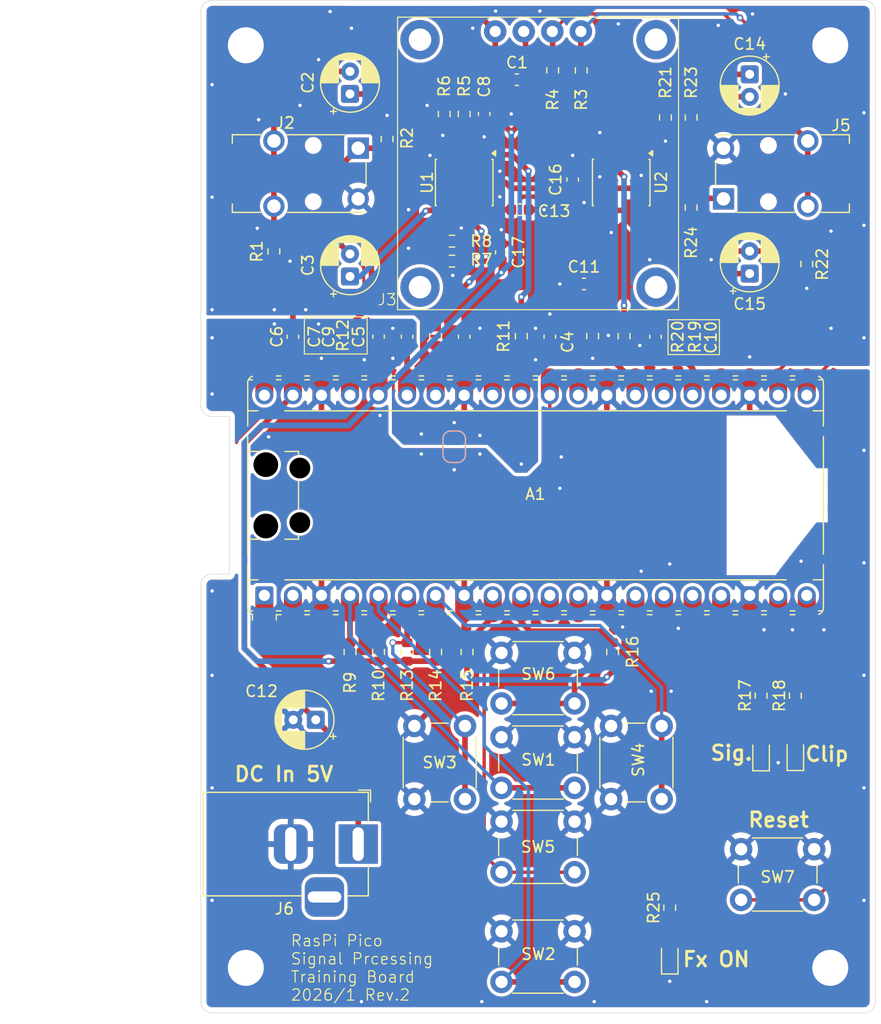
<source format=kicad_pcb>
(kicad_pcb (version 20241229) (generator "pcbnew") (generator_version "9.0")
  (layers (0 "F.Cu" signal) (2 "B.Cu" signal) (13 "F.Paste" user) (15 "B.Paste" user) (5 "F.SilkS" user "F.Silkscreen") (7 "B.SilkS" user "B.Silkscreen") (1 "F.Mask" user) (3 "B.Mask" user) (25 "Edge.Cuts" user))
  (net 0 "")
  (net 1 "/ADC_L")
  (net 3 "/LED_sig")
  (net 4 "GND")
  (net 5 "/LED_clip")
  (net 6 "+3.3V")
  (net 7 "/SW_R")
  (net 10 "/PWM_L")
  (net 12 "+5V")
  (net 13 "/SDA")
  (net 14 "/SW_Thru")
  (net 17 "/PWM_R")
  (net 19 "/SW_U")
  (net 20 "/Run")
  (net 22 "/ADC_R")
  (net 24 "/SW_D")
  (net 25 "/SCL")
  (net 27 "/SW_L")
  (net 28 "Net-(A1-ADC_VREF)")
  (net 30 "/SW_Enter")
  (net 31 "Net-(U1A-+)")
  (net 43 "/ADC_L_in")
  (net 44 "Net-(U1B-+)")
  (net 45 "/ADC_R_in")
  (net 46 "Net-(U2A-+)")
  (net 47 "Net-(U2B-+)")
  (net 48 "Net-(U2A--)")
  (net 49 "Net-(U2B--)")
  (net 50 "Net-(C14-Pad2)")
  (net 51 "Net-(U1A--)")
  (net 52 "Net-(C15-Pad2)")
  (net 53 "Net-(D1-A)")
  (net 54 "Net-(D2-A)")
  (net 55 "/Out_R")
  (net 56 "/Out_L")
  (net 57 "Net-(U1B--)")
  (net 58 "GNDA")
  (net 59 "/LED_thru")
  (net 60 "Net-(D3-A)")
  (footprint "Capacitor_SMD:C_0603_1608Metric" (layer "F.Cu") (at 149.085 85.217 180)
    (property "Reference" "C11")
    (property "Value" "0.001u")
  )
  (footprint "Resistor_SMD:R_0603_1608Metric" (layer "F.Cu") (at 146.304 66.23 -90)
    (property "Reference" "R4")
    (property "Value" "4.7k")
  )
  (footprint "Button_Switch_THT:SW_PUSH_6mm_H4.3mm" (layer "F.Cu") (at 141.75 118)
    (property "Reference" "SW6")
    (property "Value" "L")
  )
  (footprint "Package_SO:SOIC-8_3.9x4.9mm_P1.27mm" (layer "F.Cu") (at 138.43 76.2 -90)
    (property "Reference" "U1")
    (property "Value" "LM2904D")
  )
  (footprint "Capacitor_SMD:C_0603_1608Metric" (layer "F.Cu") (at 146.05 89.903 90)
    (property "Reference" "C4")
    (property "Value" "0.001u")
  )
  (footprint "Capacitor_SMD:C_0603_1608Metric" (layer "F.Cu") (at 133.35 89.903 90)
    (property "Reference" "C9")
    (property "Value" "0.1u")
  )
  (footprint "MountingHole:MountingHole_3.2mm_M3_Pad" (layer "F.Cu") (at 171 64)
    (property "Reference" "H2" (hide yes))
    (property "Value" "H")
  )
  (footprint "Resistor_SMD:R_0603_1608Metric" (layer "F.Cu") (at 164.846 121.806 90)
    (property "Reference" "R17")
    (property "Value" "1k")
  )
  (footprint "Connector_Audio:Jack_3.5mm_Switronic_ST-005-G_horizontal" (layer "F.Cu") (at 122.5 75.4)
    (property "Reference" "J2")
    (property "Value" "AudioJack3")
  )
  (footprint "Resistor_SMD:R_0603_1608Metric" (layer "F.Cu") (at 135.89 117.919 -90)
    (property "Reference" "R14")
    (property "Value" "10k")
  )
  (footprint "LED_SMD:LED_0603_1608Metric" (layer "F.Cu") (at 156.718 145.0595 90)
    (property "Reference" "D3" (hide yes))
    (property "Value" "Green")
  )
  (footprint "Resistor_SMD:R_0603_1608Metric" (layer "F.Cu") (at 158.623 78.423 90)
    (property "Reference" "R24")
    (property "Value" "22")
  )
  (footprint "Resistor_SMD:R_0603_1608Metric" (layer "F.Cu") (at 151.638 117.919 -90)
    (property "Reference" "R16")
    (property "Value" "10k")
  )
  (footprint "Button_Switch_THT:SW_PUSH_6mm_H4.3mm" (layer "F.Cu") (at 141.75 125.5)
    (property "Reference" "SW1")
    (property "Value" "L")
  )
  (footprint "Resistor_SMD:R_0603_1608Metric" (layer "F.Cu") (at 137.35 83.185)
    (property "Reference" "R7")
    (property "Value" "470k")
  )
  (footprint "Button_Switch_THT:SW_PUSH_6mm_H4.3mm" (layer "F.Cu") (at 163.068 135.454)
    (property "Reference" "SW7")
    (property "Value" "L")
  )
  (footprint "Capacitor_SMD:C_0603_1608Metric" (layer "F.Cu") (at 155.448 89.903 -90)
    (property "Reference" "C10")
    (property "Value" "0.001u")
  )
  (footprint "Connector_BarrelJack:BarrelJack_Horizontal" (layer "F.Cu") (at 129 135)
    (property "Reference" "J6")
    (property "Value" "Barrel_Jack_MountingPin")
  )
  (footprint "Resistor_SMD:R_0603_1608Metric" (layer "F.Cu") (at 158.623 70.421 -90)
    (property "Reference" "R23")
    (property "Value" "22")
  )
  (footprint "Button_Switch_THT:SW_PUSH_6mm_H4.3mm" (layer "F.Cu") (at 141.75 142.75)
    (property "Reference" "SW2")
    (property "Value" "L")
  )
  (footprint "Resistor_SMD:R_0603_1608Metric" (layer "F.Cu") (at 143.51 89.853 -90)
    (property "Reference" "R11")
    (property "Value" "10k")
  )
  (footprint "Capacitor_THT:CP_Radial_D5.0mm_P2.00mm" (layer "F.Cu") (at 125.222 123.952 180)
    (property "Reference" "C12")
    (property "Value" "10u")
  )
  (footprint "Resistor_SMD:R_0603_1608Metric" (layer "F.Cu") (at 138.43 70.104 90)
    (property "Reference" "R5")
    (property "Value" "470k")
  )
  (footprint "Capacitor_SMD:C_0603_1608Metric" (layer "F.Cu") (at 148.082 75.933 90)
    (property "Reference" "C16")
    (property "Value" "0.1u")
  )
  (footprint "Resistor_SMD:R_0603_1608Metric" (layer "F.Cu") (at 138.684 117.919 -90)
    (property "Reference" "R15")
    (property "Value" "10k")
  )
  (footprint "Resistor_SMD:R_0603_1608Metric" (layer "F.Cu") (at 156.337 70.421 90)
    (property "Reference" "R21")
    (property "Value" "100k")
  )
  (footprint "Capacitor_THT:CP_Radial_D5.0mm_P2.00mm" (layer "F.Cu") (at 128.27 68.326 90)
    (property "Reference" "C2")
    (property "Value" "1u")
  )
  (footprint "Resistor_SMD:R_0603_1608Metric" (layer "F.Cu") (at 130.81 117.919 -90)
    (property "Reference" "R10")
    (property "Value" "10k")
  )
  (footprint "Resistor_SMD:R_0603_1608Metric" (layer "F.Cu") (at 168.91 83.439 90)
    (property "Reference" "R22")
    (property "Value" "100k")
  )
  (footprint "Resistor_SMD:R_0603_1608Metric" (layer "F.Cu") (at 156.718 140.653 90)
    (property "Reference" "R25")
    (property "Value" "1k")
  )
  (footprint "Connector_Audio:Jack_3.5mm_Switronic_ST-005-G_horizontal" (layer "F.Cu") (at 168 75.4 180)
    (property "Reference" "J5")
    (property "Value" "AudioJack3")
  )
  (footprint "Resistor_SMD:R_0603_1608Metric" (layer "F.Cu") (at 167.894 121.806 90)
    (property "Reference" "R18")
    (property "Value" "1k")
  )
  (footprint "Capacitor_SMD:C_0603_1608Metric" (layer "F.Cu") (at 140.208 70.104 -90)
    (property "Reference" "C8")
    (property "Value" "0.1u")
  )
  (footprint "Resistor_SMD:R_0603_1608Metric" (layer "F.Cu") (at 149.86 89.853 90)
    (property "Reference" "R20")
    (property "Value" "10k")
  )
  (footprint "Package_SO:SOIC-8_3.9x4.9mm_P1.27mm" (layer "F.Cu") (at 152.4 76.2 -90)
    (property "Reference" "U2")
    (property "Value" "LM2904D")
  )
  (footprint "MountingHole:MountingHole_3.2mm_M3_Pad" (layer "F.Cu") (at 171 146)
    (property "Reference" "H4" (hide yes))
    (property "Value" "H")
  )
  (footprint "Resistor_SMD:R_0603_1608Metric" (layer "F.Cu") (at 133.35 117.919 -90)
    (property "Reference" "R13")
    (property "Value" "10k")
  )
  (footprint "Resistor_SMD:R_0603_1608Metric" (layer "F.Cu") (at 135.89 89.853 -90)
    (property "Reference" "R12")
    (property "Value" "10k")
  )
  (footprint "Button_Switch_THT:SW_PUSH_6mm_H4.3mm" (layer "F.Cu") (at 141.75 133)
    (property "Reference" "SW5")
    (property "Value" "L")
  )
  (footprint "Button_Switch_THT:SW_PUSH_6mm_H4.3mm" (layer "F.Cu") (at 151.5 131 90)
    (property "Reference" "SW4")
    (property "Value" "L")
  )
  (footprint "Resistor_SMD:R_0603_1608Metric" (layer "F.Cu") (at 136.652 70.104 -90)
    (property "Reference" "R6")
    (property "Value" "470k")
  )
  (footprint "MountingHole:MountingHole_3.2mm_M3_Pad" (layer "F.Cu") (at 119 146)
    (property "Reference" "H3" (hide yes))
    (property "Value" "H")
  )
  (footprint "Capacitor_SMD:C_0603_1608Metric" (layer "F.Cu") (at 138.43 89.903 90)
    (property "Reference" "C5")
    (property "Value" "0.001u")
  )
  (footprint "Capacitor_THT:CP_Radial_D5.0mm_P2.00mm" (layer "F.Cu") (at 163.83 66.58 -90)
    (property "Reference" "C14")
    (property "Value" "10u")
  )
  (footprint "LED_SMD:LED_0603_1608Metric" (layer "F.Cu") (at 167.894 126.9745 90)
    (property "Reference" "D2" (hide yes))
    (property "Value" "red")
  )
  (footprint "Capacitor_SMD:C_0603_1608Metric" (layer "F.Cu") (at 143.116 67.056 180)
    (property "Reference" "C1")
    (property "Value" "0.1u")
  )
  (footprint "Capacitor_THT:CP_Radial_D5.0mm_P2.00mm" (layer "F.Cu") (at 163.83 84.296 90)
    (property "Reference" "C15")
    (property "Value" "10u")
  )
  (footprint "Capacitor_SMD:C_0603_1608Metric" (layer "F.Cu") (at 130.81 89.903 90)
    (property "Reference" "C7")
    (property "Value" "0.1u")
  )
  (footprint "Library:SSD1306" (layer "F.Cu") (at 132.5 87.5)
    (property "Reference" "J3")
    (property "Value" "SSD1306")
  )
  (footprint "Module:RaspberryPi_Pico_Common_Unspecified" (layer "F.Cu") (at 144.78 104 90)
    (property "Reference" "A1")
    (property "Value" "RaspberryPi_Pico")
  )
  (footprint "LED_SMD:LED_0603_1608Metric" (layer "F.Cu") (at 164.846 127 90)
    (property "Reference" "D1" (hide yes))
    (property "Value" "Green")
  )
  (footprint "Capacitor_SMD:C_0603_1608Metric" (layer "F.Cu") (at 123.19 89.903 90)
    (property "Reference" "C6")
    (property "Value" "0.1u")
  )
  (footprint "MountingHole:MountingHole_3.2mm_M3_Pad" (layer "F.Cu") (at 119 64)
    (property "Reference" "H1" (hide yes))
    (property "Value" "H")
  )
  (footprint "Capacitor_SMD:C_0603_1608Metric" (layer "F.Cu") (at 141.732 82.41 90)
    (property "Reference" "C17")
    (property "Value" "0.1u")
  )
  (footprint "Resistor_SMD:R_0603_1608Metric" (layer "F.Cu") (at 128.27 117.919 -90)
    (property "Reference" "R9")
    (property "Value" "10k")
  )
  (footprint "Resistor_SMD:R_0603_1608Metric" (layer "F.Cu") (at 131.572 72.327 -90)
    (property "Reference" "R2")
    (property "Value" "470k")
  )
  (footprint "Capacitor_SMD:C_0603_1608Metric" (layer "F.Cu") (at 143.396 78.613)
    (property "Reference" "C13")
    (property "Value" "0.1u")
  )
  (footprint "Resistor_SMD:R_0603_1608Metric" (layer "F.Cu") (at 121.5 82.325 90)
    (property "Reference" "R1")
    (property "Value" "470k")
  )
  (footprint "Button_Switch_THT:SW_PUSH_6mm_H4.3mm" (layer "F.Cu") (at 134 131 90)
    (property "Reference" "SW3")
    (property "Value" "L")
  )
  (footprint "Resistor_SMD:R_0603_1608Metric" (layer "F.Cu") (at 152.654 89.853 90)
    (property "Reference" "R19")
    (property "Value" "10k")
  )
  (footprint "Resistor_SMD:R_0603_1608Metric" (layer "F.Cu") (at 137.35 81.407 180)
    (property "Reference" "R8")
    (property "Value" "470k")
  )
  (footprint "Capacitor_THT:CP_Radial_D5.0mm_P2.00mm" (layer "F.Cu") (at 128.27 84.55 90)
    (property "Reference" "C3")
    (property "Value" "1u")
  )
  (footprint "Resistor_SMD:R_0603_1608Metric" (layer "F.Cu") (at 148.844 66.23 -90)
    (property "Reference" "R3")
    (property "Value" "4.7k")
  )
  (footprint "Jumper:SolderJumper-2_P1.3mm_Open_RoundedPad1.0x1.5mm" (layer "B.Cu") (at 137.541 99.68 90)
    (property "Reference" "JP1" (hide yes))
    (property "Value" "SolderJumper_2_Open")
  )
  (gr_line (start 129.794 91.44) (end 129.794 88.138) (stroke (width 0.1)) (layer "F.SilkS"))
  (gr_line (start 156.5656 88.392) (end 161.1376 88.392) (stroke (width 0.1)) (layer "F.SilkS"))
  (gr_line (start 124.206 88.138) (end 124.206 91.44) (stroke (width 0.1)) (layer "F.SilkS"))
  (gr_line (start 124.206 91.44) (end 129.794 91.44) (stroke (width 0.1)) (layer "F.SilkS"))
  (gr_line (start 161.1376 88.392) (end 161.1376 91.4908) (stroke (width 0.1)) (layer "F.SilkS"))
  (gr_line (start 156.5656 91.4908) (end 161.1376 91.4908) (stroke (width 0.1)) (layer "F.SilkS"))
  (gr_line (start 129.794 88.138) (end 124.206 88.138) (stroke (width 0.1)) (layer "F.SilkS"))
  (gr_line (start 156.5656 88.392) (end 156.5656 91.4908) (stroke (width 0.1)) (layer "F.SilkS"))
  (gr_line (start 117.53 111) (end 117.53 97) (stroke (width 0.05)) (layer "Edge.Cuts"))
  (gr_line (start 116 111) (end 117 111) (stroke (width 0.05)) (layer "Edge.Cuts"))
  (gr_arc (start 174 60) (mid 174.707107 60.292893) (end 175 61) (stroke (width 0.05)) (layer "Edge.Cuts"))
  (gr_arc (start 116 150) (mid 115.292893 149.707107) (end 115 149) (stroke (width 0.05)) (layer "Edge.Cuts"))
  (gr_arc (start 115 61) (mid 115.292893 60.292893) (end 116 60) (stroke (width 0.05)) (layer "Edge.Cuts"))
  (gr_line (start 175 149) (end 175 61) (stroke (width 0.05)) (layer "Edge.Cuts"))
  (gr_line (start 116 60) (end 174 60) (stroke (width 0.05)) (layer "Edge.Cuts"))
  (gr_arc (start 175 149) (mid 174.707107 149.707107) (end 174 150) (stroke (width 0.05)) (layer "Edge.Cuts"))
  (gr_arc (start 115 112) (mid 115.292893 111.292893) (end 116 111) (stroke (width 0.05)) (layer "Edge.Cuts"))
  (gr_line (start 116 150) (end 174 150) (stroke (width 0.05)) (layer "Edge.Cuts"))
  (gr_arc (start 116 97) (mid 115.292893 96.707107) (end 115 96) (stroke (width 0.05)) (layer "Edge.Cuts"))
  (gr_line (start 115 61) (end 115 96) (stroke (width 0.05)) (layer "Edge.Cuts"))
  (gr_line (start 116 97) (end 117.53 97) (stroke (width 0.05)) (layer "Edge.Cuts"))
  (gr_line (start 115 112) (end 115 149) (stroke (width 0.05)) (layer "Edge.Cuts"))
  (gr_line (start 117 111) (end 117.53 111) (stroke (width 0.05)) (layer "Edge.Cuts"))
  (gr_text "DC In 5V" (at 117.856 129.54 0) (layer "F.SilkS") (effects (font (size 1.3 1.3) (thickness 0.25) (bold yes)) (justify left bottom)))
  (gr_text "RasPi Pico\nSignal Prcessing\nTraining Board\n2026/1 Rev.2" (at 122.936 148.9964 0) (layer "F.SilkS") (effects (font (size 1 1) (thickness 0.1)) (justify left bottom)))
  (gr_text "Sig." (at 160.2232 127.6602 0) (layer "F.SilkS") (effects (font (size 1.3 1.3) (thickness 0.25) (bold yes)) (justify left bottom)))
  (gr_text "Fx ON" (at 157.75 146 0) (layer "F.SilkS") (effects (font (size 1.3 1.3) (thickness 0.25) (bold yes)) (justify left bottom)))
  (gr_text "Clip" (at 168.656 127.762 0) (layer "F.SilkS") (effects (font (size 1.3 1.3) (thickness 0.25) (bold yes)) (justify left bottom)))
  (gr_text "Reset" (at 163.576 133.604 0) (layer "F.SilkS") (effects (font (size 1.3 1.3) (thickness 0.25) (bold yes)) (justify left bottom)))
  (segment (start 143.51 90.678) (end 146.05 90.678) (width 0.5) (layer "F.Cu") (net 1))
  (segment (start 143.51 90.678) (end 143.51 94.31) (width 0.5) (layer "F.Cu") (net 1))
  (segment (start 164.846 120.981) (end 166.37 119.457) (width 0.5) (layer "F.Cu") (net 3))
  (segment (start 166.37 119.457) (end 166.37 113.69) (width 0.5) (layer "F.Cu") (net 3))
  (segment (start 142.341 67.056) (end 141.19 65.905) (width 0.5) (layer "F.Cu") (net 4))
  (segment (start 141.19 65.905) (end 141.19 62.77) (width 0.5) (layer "F.Cu") (net 4))
  (segment (start 141.19 62.77) (end 139.719 61.299) (width 0.5) (layer "F.Cu") (net 4))
  (segment (start 118.745 83.058) (end 123.19 87.503) (width 0.5) (layer "F.Cu") (net 4))
  (segment (start 123.19 87.503) (end 123.19 89.128) (width 0.5) (layer "F.Cu") (net 4))
  (segment (start 127.931 61.299) (end 118.745 70.485) (width 0.5) (layer "F.Cu") (net 4))
  (segment (start 139.719 61.299) (end 127.931 61.299) (width 0.5) (layer "F.Cu") (net 4))
  (segment (start 118.745 70.485) (end 118.745 83.058) (width 0.5) (layer "F.Cu") (net 4))
  (via (at 125.476 88.773) (size 0.6) (drill 0.3) (layers "F.Cu" "B.Cu") (net 4))
  (via (at 174 120) (size 0.6) (drill 0.3) (layers "F.Cu" "B.Cu") (net 4))
  (via (at 156.718 147.193) (size 0.6) (drill 0.3) (layers "F.Cu" "B.Cu") (net 4))
  (via (at 174 100) (size 0.6) (drill 0.3) (layers "F.Cu" "B.Cu") (net 4))
  (via (at 168.402 109.855) (size 0.6) (drill 0.3) (layers "F.Cu" "B.Cu") (net 4))
  (via (at 157.48 115.824) (size 0.6) (drill 0.3) (layers "F.Cu" "B.Cu") (net 4))
  (via (at 139.827 100.33) (size 0.6) (drill 0.3) (layers "F.Cu" "B.Cu") (net 4))
  (via (at 129.286 149) (size 0.6) (drill 0.3) (layers "F.Cu" "B.Cu") (net 4))
  (via (at 170.434 115.951) (size 0.6) (drill 0.3) (layers "F.Cu" "B.Cu") (net 4))
  (via (at 152.527 115.697) (size 0.6) (drill 0.3) (layers "F.Cu" "B.Cu") (net 4))
  (via (at 121.539 88.773) (size 0.6) (drill 0.3) (layers "F.Cu" "B.Cu") (net 4))
  (via (at 130.937 96.901) (size 0.6) (drill 0.3) (layers "F.Cu" "B.Cu") (net 4))
  (via (at 116 90) (size 0.6) (drill 0.3) (layers "F.Cu" "B.Cu") (net 4))
  (via (at 174 140) (size 0.6) (drill 0.3) (layers "F.Cu" "B.Cu") (net 4))
  (via (at 132.08 89.154) (size 0.6) (drill 0.3) (layers "F.Cu" "B.Cu") (net 4))
  (via (at 121.031 98.806) (size 0.6) (drill 0.3) (layers "F.Cu" "B.Cu") (net 4))
  (via (at 140 149) (size 0.6) (drill 0.3) (layers "F.Cu" "B.Cu") (net 4))
  (via (at 147.066 100.584) (size 0.6) (drill 0.3) (layers "F.Cu" "B.Cu") (net 4))
  (via (at 160 149) (size 0.6) (drill 0.3) (layers "F.Cu" "B.Cu") (net 4))
  (via (at 167.64 115.951) (size 0.6) (drill 0.3) (layers "F.Cu" "B.Cu") (net 4))
  (via (at 129.54 91.948) (size 0.6) (drill 0.3) (layers "F.Cu" "B.Cu") (net 4))
  (via (at 134.62 100.33) (size 0.6) (drill 0.3) (layers "F.Cu" "B.Cu") (net 4))
  (via (at 156.845 121.412) (size 0.6) (drill 0.3) (layers "F.Cu" "B.Cu") (net 4))
  (via (at 116 140) (size 0.6) (drill 0.3) (layers "F.Cu" "B.Cu") (net 4))
  (via (at 154.178 110.744) (size 0.6) (drill 0.3) (layers "F.Cu" "B.Cu") (net 4))
  (via (at 116 120) (size 0.6) (drill 0.3) (layers "F.Cu" "B.Cu") (net 4))
  (via (at 137.541 101.727) (size 0.6) (drill 0.3) (layers "F.Cu" "B.Cu") (net 4))
  (via (at 116 112.5) (size 0.6) (drill 0.3) (layers "F.Cu" "B.Cu") (net 4))
  (via (at 156.718 110.109) (size 0.6) (drill 0.3) (layers "F.Cu" "B.Cu") (net 4))
  (via (at 132.08 91.821) (size 0.6) (drill 0.3) (layers "F.Cu" "B.Cu") (net 4))
  (via (at 150 149) (size 0.6) (drill 0.3) (layers "F.Cu" "B.Cu") (net 4))
  (via (at 146.939 103.378) (size 0.6) (drill 0.3) (layers "F.Cu" "B.Cu") (net 4))
  (via (at 174 110) (size 0.6) (drill 0.3) (layers "F.Cu" "B.Cu") (net 4))
  (via (at 125.73 91.821) (size 0.6) (drill 0.3) (layers "F.Cu" "B.Cu") (net 4))
  (via (at 155.067 121.412) (size 0.6) (drill 0.3) (layers "F.Cu" "B.Cu") (net 4))
  (via (at 116 95) (size 0.6) (drill 0.3) (layers "F.Cu" "B.Cu") (net 4))
  (via (at 174 130) (size 0.6) (drill 0.3) (layers "F.Cu" "B.Cu") (net 4))
  (via (at 166.37 127.762) (size 0.6) (drill 0.3) (layers "F.Cu" "B.Cu") (net 4))
  (via (at 165.1 115.951) (size 0.6) (drill 0.3) (layers "F.Cu" "B.Cu") (net 4))
  (via (at 116 130) (size 0.6) (drill 0.3) (layers "F.Cu" "B.Cu") (net 4))
  (segment (start 168.91 119.965) (end 168.91 113.69) (width 0.5) (layer "F.Cu") (net 5))
  (segment (start 167.894 120.981) (end 168.91 119.965) (width 0.5) (layer "F.Cu") (net 5))
  (segment (start 143.891 62.931) (end 143.73 62.77) (width 0.5) (layer "F.Cu") (net 6))
  (segment (start 146.303 67.056) (end 146.304 67.055) (width 0.5) (layer "F.Cu") (net 6))
  (segment (start 151.638 118.744) (end 151.638 119.634) (width 0.5) (layer "F.Cu") (net 6))
  (segment (start 130.81 90.678) (end 130.81 94.31) (width 0.5) (layer "F.Cu") (net 6))
  (segment (start 140.208 69.329) (end 138.48 69.329) (width 0.5) (layer "F.Cu") (net 6))
  (segment (start 143.891 70.471998) (end 142.621 71.741998) (width 0.5) (layer "F.Cu") (net 6))
  (segment (start 138.684 118.744) (end 135.89 118.744) (width 0.5) (layer "F.Cu") (net 6))
  (segment (start 133.35 118.744) (end 135.89 118.744) (width 0.5) (layer "F.Cu") (net 6))
  (segment (start 140.208 69.329) (end 142.621 71.741998) (width 0.5) (layer "F.Cu") (net 6))
  (segment (start 128.27 118.744) (end 130.81 118.744) (width 0.5) (layer "F.Cu") (net 6))
  (segment (start 148.844 67.055) (end 146.304 67.055) (width 0.5) (layer "F.Cu") (net 6))
  (segment (start 138.684 119.888) (end 138.684 118.744) (width 0.5) (layer "F.Cu") (net 6))
  (segment (start 151.638 119.634) (end 151.13 120.142) (width 0.5) (layer "F.Cu") (net 6))
  (segment (start 141.732 84.201) (end 141.732 83.185) (width 0.5) (layer "F.Cu") (net 6))
  (segment (start 143.891 67.056) (end 143.891 62.931) (width 0.5) (layer "F.Cu") (net 6))
  (segment (start 128.27 118.744) (end 126.364001 118.744001) (width 0.5) (layer "F.Cu") (net 6))
  (segment (start 130.81 118.744) (end 133.35 118.744) (width 0.5) (layer "F.Cu") (net 6))
  (segment (start 143.73 63.407) (end 143.73 62.77) (width 0.5) (layer "F.Cu") (net 6))
  (segment (start 143.891 67.056) (end 143.891 70.471998) (width 0.5) (layer "F.Cu") (net 6))
  (segment (start 141.732 83.185) (end 138.175 83.185) (width 0.5) (layer "F.Cu") (net 6))
  (segment (start 143.891 67.056) (end 146.303 67.056) (width 0.5) (layer "F.Cu") (net 6))
  (segment (start 138.48 69.329) (end 138.43 69.279) (width 0.5) (layer "F.Cu") (net 6))
  (via (at 142.621 71.741998) (size 0.6) (drill 0.3) (layers "F.Cu" "B.Cu") (net 6))
  (via (at 141.732 84.201) (size 0.6) (drill 0.3) (layers "F.Cu" "B.Cu") (net 6))
  (via (at 151.13 120.142) (size 0.6) (drill 0.3) (layers "F.Cu" "B.Cu") (net 6))
  (via (at 138.684 119.888) (size 0.6) (drill 0.3) (layers "F.Cu" "B.Cu") (net 6))
  (via (at 126.364001 118.744001) (size 0.6) (drill 0.3) (layers "F.Cu" "B.Cu") (net 6))
  (segment (start 142.621 83.299) (end 142.621 71.741998) (width 0.5) (layer "B.Cu") (net 6))
  (segment (start 130.81 95.11) (end 128.13 97.79) (width 0.5) (layer "B.Cu") (net 6))
  (segment (start 139.192 120.396) (end 138.684 119.888) (width 0.5) (layer "B.Cu") (net 6))
  (segment (start 151.13 120.142) (end 150.876 120.396) (width 0.5) (layer "B.Cu") (net 6))
  (segment (start 120.014001 118.744001) (end 126.364001 118.744001) (width 0.5) (layer "B.Cu") (net 6))
  (segment (start 120.396 97.79) (end 118.872 99.314) (width 0.5) (layer "B.Cu") (net 6))
  (segment (start 128.13 97.79) (end 120.396 97.79) (width 0.5) (layer "B.Cu") (net 6))
  (segment (start 150.876 120.396) (end 139.192 120.396) (width 0.5) (layer "B.Cu") (net 6))
  (segment (start 118.872 99.314) (end 118.872 117.602) (width 0.5) (layer "B.Cu") (net 6))
  (segment (start 130.81 95.11) (end 142.621 83.299) (width 0.5) (layer "B.Cu") (net 6))
  (segment (start 118.872 117.602) (end 120.014001 118.744001) (width 0.5) (layer "B.Cu") (net 6))
  (segment (start 156 124.5) (end 156 131) (width 0.5) (layer "F.Cu") (net 7))
  (segment (start 135.89 117.094) (end 135.89 113.69) (width 0.5) (layer "F.Cu") (net 7))
  (segment (start 135.89 112.89) (end 138.57 115.57) (width 0.3) (layer "B.Cu") (net 7))
  (segment (start 156 121.075) (end 156 124.5) (width 0.3) (layer "B.Cu") (net 7))
  (segment (start 150.495 115.57) (end 156 121.075) (width 0.3) (layer "B.Cu") (net 7))
  (segment (start 138.57 115.57) (end 150.495 115.57) (width 0.3) (layer "B.Cu") (net 7))
  (segment (start 158.75 92.71) (end 158.75 94.31) (width 0.5) (layer "F.Cu") (net 10))
  (segment (start 153.924 91.948) (end 157.988 91.948) (width 0.5) (layer "F.Cu") (net 10))
  (segment (start 157.988 91.948) (end 158.75 92.71) (width 0.5) (layer "F.Cu") (net 10))
  (segment (start 152.654 90.678) (end 153.924 91.948) (width 0.5) (layer "F.Cu") (net 10))
  (segment (start 140.397 78.613) (end 140.335 78.675) (width 0.5) (layer "F.Cu") (net 12))
  (segment (start 142.621 76.708) (end 148.082 76.708) (width 0.5) (layer "F.Cu") (net 12))
  (segment (start 153.797 76.708) (end 154.305 77.216) (width 0.5) (layer "F.Cu") (net 12))
  (segment (start 123.19 90.678) (end 126.492 90.678) (width 0.5) (layer "F.Cu") (net 12))
  (segment (start 129 127.73) (end 125.222 123.952) (width 0.5) (layer "F.Cu") (net 12))
  (segment (start 142.621 76.708) (end 142.621 78.613) (width 0.5) (layer "F.Cu") (net 12))
  (segment (start 123.19 94.31) (end 123.19 90.678) (width 0.5) (layer "F.Cu") (net 12))
  (segment (start 154.305 77.216) (end 154.305 78.675) (width 0.5) (layer "F.Cu") (net 12))
  (segment (start 130.175 79.756) (end 133.731 76.2) (width 0.5) (layer "F.Cu") (net 12))
  (segment (start 130.175 86.995) (end 130.175 79.756) (width 0.5) (layer "F.Cu") (net 12))
  (segment (start 142.113 76.2) (end 142.621 76.708) (width 0.5) (layer "F.Cu") (net 12))
  (segment (start 129 135) (end 129 127.73) (width 0.5) (layer "F.Cu") (net 12))
  (segment (start 142.621 78.613) (end 140.397 78.613) (width 0.5) (layer "F.Cu") (net 12))
  (segment (start 126.492 90.678) (end 130.175 86.995) (width 0.5) (layer "F.Cu") (net 12))
  (segment (start 148.082 76.708) (end 153.797 76.708) (width 0.5) (layer "F.Cu") (net 12))
  (segment (start 133.731 76.2) (end 142.113 76.2) (width 0.5) (layer "F.Cu") (net 12))
  (segment (start 118.872 117.602) (end 118.872 99.428) (width 0.5) (layer "F.Cu") (net 12))
  (segment (start 125.222 123.952) (end 118.872 117.602) (width 0.5) (layer "F.Cu") (net 12))
  (segment (start 118.872 99.428) (end 123.19 95.11) (width 0.5) (layer "F.Cu") (net 12))
  (segment (start 173 90.22) (end 173 71.585) (width 0.3) (layer "F.Cu") (net 13))
  (segment (start 148.81 65.371) (end 148.844 65.405) (width 0.5) (layer "F.Cu") (net 13))
  (segment (start 148.81 62.77) (end 148.81 65.371) (width 0.5) (layer "F.Cu") (net 13))
  (segment (start 173 71.585) (end 162.9755 61.5605) (width 0.3) (layer "F.Cu") (net 13))
  (segment (start 168.91 94.31) (end 173 90.22) (width 0.3) (layer "F.Cu") (net 13))
  (via (at 162.9755 61.5605) (size 0.6) (drill 0.3) (layers "F.Cu" "B.Cu") (net 13))
  (segment (start 162.629 61.214) (end 162.9755 61.5605) (width 0.3) (layer "B.Cu") (net 13))
  (segment (start 150.366 61.214) (end 162.629 61.214) (width 0.3) (layer "B.Cu") (net 13))
  (segment (start 148.81 62.77) (end 150.366 61.214) (width 0.3) (layer "B.Cu") (net 13))
  (segment (start 141.75 147.25) (end 148.25 147.25) (width 0.5) (layer "F.Cu") (net 14))
  (segment (start 130.81 117.094) (end 130.81 113.69) (width 0.5) (layer "F.Cu") (net 14))
  (segment (start 140.208 126.238) (end 144.145 130.175) (width 0.3) (layer "B.Cu") (net 14))
  (segment (start 144.145 144.855) (end 141.75 147.25) (width 0.3) (layer "B.Cu") (net 14))
  (segment (start 140.208 123.698) (end 140.208 126.238) (width 0.3) (layer "B.Cu") (net 14))
  (segment (start 130.81 112.89) (end 130.81 114.3) (width 0.3) (layer "B.Cu") (net 14))
  (segment (start 130.81 114.3) (end 140.208 123.698) (width 0.3) (layer "B.Cu") (net 14))
  (segment (start 144.145 130.175) (end 144.145 144.855) (width 0.3) (layer "B.Cu") (net 14))
  (segment (start 153.67 94.013) (end 153.67 94.31) (width 0.5) (layer "F.Cu") (net 17))
  (segment (start 149.86 90.678) (end 150.335 90.678) (width 0.5) (layer "F.Cu") (net 17))
  (segment (start 150.335 90.678) (end 153.67 94.013) (width 0.5) (layer "F.Cu") (net 17))
  (segment (start 150.622 116.078) (end 151.638 117.094) (width 0.5) (layer "F.Cu") (net 19))
  (segment (start 148.25 122.5) (end 148.25 120.482) (width 0.5) (layer "F.Cu") (net 19))
  (segment (start 143.51 113.69) (end 143.51 115.29) (width 0.5) (layer "F.Cu") (net 19))
  (segment (start 141.75 122.5) (end 148.25 122.5) (width 0.5) (layer "F.Cu") (net 19))
  (segment (start 148.25 120.482) (end 151.638 117.094) (width 0.5) (layer "F.Cu") (net 19))
  (segment (start 143.51 115.29) (end 144.298 116.078) (width 0.5) (layer "F.Cu") (net 19))
  (segment (start 144.298 116.078) (end 150.622 116.078) (width 0.5) (layer "F.Cu") (net 19))
  (segment (start 169.568 139.954) (end 163.068 139.954) (width 0.3) (layer "F.Cu") (net 20))
  (segment (start 170.25 111.25) (end 172 113) (width 0.3) (layer "F.Cu") (net 20))
  (segment (start 172 113) (end 172 137.522) (width 0.3) (layer "F.Cu") (net 20))
  (segment (start 156.24563 111.25) (end 170.25 111.25) (width 0.3) (layer "F.Cu") (net 20))
  (segment (start 172 137.522) (end 169.568 139.954) (width 0.3) (layer "F.Cu") (net 20))
  (segment (start 146.05 95.11) (end 146.05 101.05437) (width 0.3) (layer "F.Cu") (net 20))
  (segment (start 146.05 101.05437) (end 156.24563 111.25) (width 0.3) (layer "F.Cu") (net 20))
  (segment (start 138.43 90.678) (end 135.89 90.678) (width 0.5) (layer "F.Cu") (net 22))
  (segment (start 135.89 90.678) (end 135.89 94.31) (width 0.5) (layer "F.Cu") (net 22))
  (segment (start 140.97 114.808) (end 140.97 113.69) (width 0.5) (layer "F.Cu") (net 24))
  (segment (start 138.684 117.094) (end 140.208 118.618) (width 0.3) (layer "F.Cu") (net 24))
  (segment (start 140.208 118.618) (end 140.208 135.958) (width 0.3) (layer "F.Cu") (net 24))
  (segment (start 138.684 117.094) (end 140.97 114.808) (width 0.5) (layer "F.Cu") (net 24))
  (segment (start 140.208 135.958) (end 141.75 137.5) (width 0.3) (layer "F.Cu") (net 24))
  (segment (start 141.75 137.5) (end 148.25 137.5) (width 0.3) (layer "F.Cu") (net 24))
  (segment (start 147.826 61.214) (end 146.27 62.77) (width 0.3) (layer "F.Cu") (net 25))
  (segment (start 161.544 61.214) (end 147.826 61.214) (width 0.3) (layer "F.Cu") (net 25))
  (segment (start 146.304 65.405) (end 146.304 62.804) (width 0.5) (layer "F.Cu") (net 25))
  (segment (start 146.304 62.804) (end 146.27 62.77) (width 0.5) (layer "F.Cu") (net 25))
  (segment (start 172.25 89.624) (end 172.25 71.92) (width 0.3) (layer "F.Cu") (net 25))
  (segment (start 170.434 91.44) (end 172.25 89.624) (width 0.3) (layer "F.Cu") (net 25))
  (segment (start 172.25 71.92) (end 161.544 61.214) (width 0.3) (layer "F.Cu") (net 25))
  (segment (start 166.37 92.964) (end 167.894 91.44) (width 0.3) (layer "F.Cu") (net 25))
  (segment (start 167.894 91.44) (end 170.434 91.44) (width 0.3) (layer "F.Cu") (net 25))
  (segment (start 166.37 94.31) (end 166.37 92.964) (width 0.3) (layer "F.Cu") (net 25))
  (segment (start 138.5 124.5) (end 138.5 131) (width 0.5) (layer "F.Cu") (net 27))
  (segment (start 132.08 117.094) (end 133.35 117.094) (width 0.3) (layer "F.Cu") (net 27))
  (segment (start 133.35 117.094) (end 133.35 113.69) (width 0.5) (layer "F.Cu") (net 27))
  (via (at 132.08 117.094) (size 0.6) (drill 0.4) (layers "F.Cu" "B.Cu") (net 27))
  (segment (start 138.5 124.5) (end 132.08 118.08) (width 0.3) (layer "B.Cu") (net 27))
  (segment (start 132.08 118.08) (end 132.08 117.094) (width 0.3) (layer "B.Cu") (net 27))
  (segment (start 133.35 90.678) (end 133.35 94.31) (width 0.5) (layer "F.Cu") (net 28))
  (segment (start 128.27 117.094) (end 128.27 113.69) (width 0.5) (layer "F.Cu") (net 30))
  (segment (start 141.75 130) (end 148.25 130) (width 0.5) (layer "F.Cu") (net 30))
  (segment (start 128.27 116.52) (end 141.75 130) (width 0.3) (layer "B.Cu") (net 30))
  (segment (start 128.27 112.89) (end 128.27 116.52) (width 0.3) (layer "B.Cu") (net 30))
  (segment (start 128.27 68.326) (end 131.826 68.326) (width 0.5) (layer "F.Cu") (net 31))
  (segment (start 136.652 70.929) (end 134.429 70.929) (width 0.5) (layer "F.Cu") (net 31))
  (segment (start 136.652 70.929) (end 138.43 70.929) (width 0.5) (layer "F.Cu") (net 31))
  (segment (start 131.826 68.326) (end 134.429 70.929) (width 0.5) (layer "F.Cu") (net 31))
  (segment (start 138.43 70.929) (end 138.43 72.009) (width 0.5) (layer "F.Cu") (net 31))
  (segment (start 137.795 73.725) (end 137.795 72.644) (width 0.5) (layer "F.Cu") (net 31))
  (segment (start 137.795 72.644) (end 138.43 72.009) (width 0.5) (layer "F.Cu") (net 31))
  (segment (start 121.5 69.889) (end 125.063 66.326) (width 0.5) (layer "F.Cu") (net 43))
  (segment (start 121.5 72.5) (end 121.5 78.3) (width 0.5) (layer "F.Cu") (net 43))
  (segment (start 121.5 72.5) (end 121.5 69.889) (width 0.5) (layer "F.Cu") (net 43))
  (segment (start 121.5 81.5) (end 121.5 78.3) (width 0.5) (layer "F.Cu") (net 43))
  (segment (start 125.063 66.326) (end 128.27 66.326) (width 0.5) (layer "F.Cu") (net 43))
  (segment (start 136.525 78.675) (end 136.525 81.407) (width 0.5) (layer "F.Cu") (net 44))
  (segment (start 136.525 78.675) (end 135.066 78.675) (width 0.5) (layer "F.Cu") (net 44))
  (segment (start 136.525 83.185) (end 136.525 81.407) (width 0.5) (layer "F.Cu") (net 44))
  (segment (start 135.066 78.675) (end 135.001 78.74) (width 0.5) (layer "F.Cu") (net 44))
  (via (at 135.001 78.74) (size 0.6) (drill 0.3) (layers "F.Cu" "B.Cu") (net 44))
  (segment (start 128.27 84.55) (end 129.191 84.55) (width 0.5) (layer "B.Cu") (net 44))
  (segment (start 129.191 84.55) (end 135.001 78.74) (width 0.5) (layer "B.Cu") (net 44))
  (segment (start 131.57 73.15) (end 131.572 73.152) (width 0.5) (layer "F.Cu") (net 45))
  (segment (start 129 73.15) (end 131.57 73.15) (width 0.5) (layer "F.Cu") (net 45))
  (segment (start 126.746 75.404) (end 126.746 81.026) (width 0.5) (layer "F.Cu") (net 45))
  (segment (start 129 73.15) (end 126.746 75.404) (width 0.5) (layer "F.Cu") (net 45))
  (segment (start 126.746 81.026) (end 128.27 82.55) (width 0.5) (layer "F.Cu") (net 45))
  (segment (start 129.002 73.152) (end 129 73.15) (width 0.5) (layer "F.Cu") (net 45))
  (segment (start 152.654 87.122) (end 152.654 89.028) (width 0.5) (layer "F.Cu") (net 46))
  (segment (start 152.654 89.028) (end 155.348 89.028) (width 0.5) (layer "F.Cu") (net 46))
  (segment (start 151.765 74.803) (end 152.654 75.692) (width 0.5) (layer "F.Cu") (net 46))
  (segment (start 155.348 89.028) (end 155.448 89.128) (width 0.5) (layer "F.Cu") (net 46))
  (segment (start 151.765 73.725) (end 151.765 74.803) (width 0.5) (layer "F.Cu") (net 46))
  (via (at 152.654 75.692) (size 0.6) (drill 0.3) (layers "F.Cu" "B.Cu") (net 46))
  (via (at 152.654 87.122) (size 0.6) (drill 0.3) (layers "F.Cu" "B.Cu") (net 46))
  (segment (start 152.654 87.122) (end 152.654 75.692) (width 0.5) (layer "B.Cu") (net 46))
  (segment (start 150.495 80.518) (end 149.86 81.153) (width 0.5) (layer "F.Cu") (net 47))
  (segment (start 149.86 81.153) (end 149.86 85.217) (width 0.5) (layer "F.Cu") (net 47))
  (segment (start 150.495 78.675) (end 150.495 80.518) (width 0.5) (layer "F.Cu") (net 47))
  (segment (start 149.86 89.028) (end 149.86 85.217) (width 0.5) (layer "F.Cu") (net 47))
  (segment (start 163.83 66.58) (end 157.194 66.58) (width 0.5) (layer "F.Cu") (net 48))
  (segment (start 154.305 69.469) (end 154.305 73.725) (width 0.5) (layer "F.Cu") (net 48))
  (segment (start 157.194 66.58) (end 154.305 69.469) (width 0.5) (layer "F.Cu") (net 48))
  (segment (start 153.035 73.725) (end 154.305 73.725) (width 0.5) (layer "F.Cu") (net 48))
  (segment (start 153.035 79.649999) (end 153.035 78.675) (width 0.5) (layer "F.Cu") (net 49))
  (segment (start 163.83 84.296) (end 157.681001 84.296) (width 0.5) (layer "F.Cu") (net 49))
  (segment (start 157.681001 84.296) (end 153.035 79.649999) (width 0.5) (layer "F.Cu") (net 49))
  (segment (start 151.765 78.675) (end 153.035 78.675) (width 0.5) (layer "F.Cu") (net 49))
  (segment (start 163.83 68.58) (end 159.639 68.58) (width 0.5) (layer "F.Cu") (net 50))
  (segment (start 159.639 68.58) (end 158.623 69.596) (width 0.5) (layer "F.Cu") (net 50))
  (segment (start 158.623 69.596) (end 156.337 69.596) (width 0.5) (layer "F.Cu") (net 50))
  (segment (start 140.335 73.725) (end 139.065 73.725) (width 0.5) (layer "F.Cu") (net 51))
  (segment (start 140.335 73.725) (end 142.686 73.725) (width 0.5) (layer "F.Cu") (net 51))
  (segment (start 143.51 89.028) (end 143.51 86.36) (width 0.5) (layer "F.Cu") (net 51))
  (segment (start 142.686 73.725) (end 144.145 75.184) (width 0.5) (layer "F.Cu") (net 51))
  (via (at 143.51 86.36) (size 0.6) (drill 0.3) (layers "F.Cu" "B.Cu") (net 51))
  (via (at 144.145 75.184) (size 0.6) (drill 0.3) (layers "F.Cu" "B.Cu") (net 51))
  (segment (start 143.51 86.36) (end 144.145 85.725) (width 0.5) (layer "B.Cu") (net 51))
  (segment (start 144.145 85.725) (end 144.145 75.184) (width 0.5) (layer "B.Cu") (net 51))
  (segment (start 163.83 82.296) (end 168.592 82.296) (width 0.5) (layer "F.Cu") (net 52))
  (segment (start 168.592 82.296) (end 168.91 82.614) (width 0.5) (layer "F.Cu") (net 52))
  (segment (start 161.671 82.296) (end 158.623 79.248) (width 0.5) (layer "F.Cu") (net 52))
  (segment (start 163.83 82.296) (end 161.671 82.296) (width 0.5) (layer "F.Cu") (net 52))
  (segment (start 164.846 122.631) (end 164.846 126.2125) (width 0.5) (layer "F.Cu") (net 53))
  (segment (start 167.894 126.187) (end 167.894 122.631) (width 0.5) (layer "F.Cu") (net 54))
  (segment (start 161.5 77.65) (end 161.865 77.65) (width 0.5) (layer "F.Cu") (net 55))
  (segment (start 161.448 77.598) (end 161.5 77.65) (width 0.5) (layer "F.Cu") (net 55))
  (segment (start 158.623 77.598) (end 161.448 77.598) (width 0.5) (layer "F.Cu") (net 55))
  (segment (start 169 72.5) (end 167.746 71.246) (width 0.5) (layer "F.Cu") (net 56))
  (segment (start 167.746 71.246) (end 158.623 71.246) (width 0.5) (layer "F.Cu") (net 56))
  (segment (start 169 78.3) (end 169 78.435) (width 0.5) (layer "F.Cu") (net 56))
  (segment (start 169 78.3) (end 169 72.5) (width 0.5) (layer "F.Cu") (net 56))
  (segment (start 135.89 89.028) (end 135.89 88.011) (width 0.5) (layer "F.Cu") (net 57))
  (segment (start 139.065 78.675) (end 137.795 78.675) (width 0.5) (layer "F.Cu") (net 57))
  (segment (start 135.89 88.011) (end 138.8745 85.0265) (width 0.5) (layer "F.Cu") (net 57))
  (segment (start 139.065 79.629) (end 139.954 80.517998) (width 0.5) (layer "F.Cu") (net 57))
  (segment (start 139.065 78.675) (end 139.065 79.629) (width 0.5) (layer "F.Cu") (net 57))
  (via (at 139.954 80.517998) (size 0.6) (drill 0.3) (layers "F.Cu" "B.Cu") (net 57))
  (via (at 138.8745 85.0265) (size 0.6) (drill 0.3) (layers "F.Cu" "B.Cu") (net 57))
  (segment (start 139.954 83.947) (end 139.954 80.517998) (width 0.5) (layer "B.Cu") (net 57))
  (segment (start 138.8745 85.0265) (end 139.954 83.947) (width 0.5) (layer "B.Cu") (net 57))
  (via (at 124.333 87.503) (size 0.6) (drill 0.3) (layers "F.Cu" "B.Cu") (net 58))
  (via (at 151.511 80.645) (size 0.6) (drill 0.3) (layers "F.Cu" "B.Cu") (net 58))
  (via (at 146.05 87.884) (size 0.6) (drill 0.3) (layers "F.Cu" "B.Cu") (net 58))
  (via (at 133.477 78.613) (size 0.6) (drill 0.3) (layers "F.Cu" "B.Cu") (net 58))
  (via (at 174 80) (size 0.6) (drill 0.3) (layers "F.Cu" "B.Cu") (net 58))
  (via (at 141.605 75.184) (size 0.6) (drill 0.3) (layers "F.Cu" "B.Cu") (net 58))
  (via (at 152.146 62.103) (size 0.6) (drill 0.3) (layers "F.Cu" "B.Cu") (net 58))
  (via (at 171.069 80.518) (size 0.6) (drill 0.3) (layers "F.Cu" "B.Cu") (net 58))
  (via (at 116 77.5) (size 0.6) (drill 0.3) (layers "F.Cu" "B.Cu") (net 58))
  (via (at 122.936 83.185) (size 0.6) (drill 0.3) (layers "F.Cu" "B.Cu") (net 58))
  (via (at 121.539 87.503) (size 0.6) (drill 0.3) (layers "F.Cu" "B.Cu") (net 58))
  (via (at 149.098 77.978) (size 0.6) (drill 0.3) (layers "F.Cu" "B.Cu") (net 58))
  (via (at 134.62 98.552) (size 0.6) (drill 0.3) (layers "F.Cu" "B.Cu") (net 58))
  (via (at 151.257 89.789) (size 0.6) (drill 0.3) (layers "F.Cu" "B.Cu") (net 58))
  (via (at 116 87.5) (size 0.6) (drill 0.3) (layers "F.Cu" "B.Cu") (net 58))
  (via (at 125.476 65.278) (size 0.6) (drill 0.3) (layers "F.Cu" "B.Cu") (net 58))
  (via (at 148.082 73.787) (size 0.6) (drill 0.3) (layers "F.Cu" "B.Cu") (net 58))
  (via (at 123.825 69.342) (size 0.6) (drill 0.3) (layers "F.Cu" "B.Cu") (net 58))
  (via (at 154.051 90.678) (size 0.6) (drill 0.3) (layers "F.Cu" "B.Cu") (net 58))
  (via (at 167.005 68.326) (size 0.6) (drill 0.3) (layers "F.Cu" "B.Cu") (net 58))
  (via (at 144.78 91.948) (size 0.6) (drill 0.3) (layers "F.Cu" "B.Cu") (net 58))
  (via (at 145.161 60.96) (size 0.6) (drill 0.3) (layers "F.Cu" "B.Cu") (net 58))
  (via (at 142.621 70.104) (size 0.6) (drill 0.3) (layers "F.Cu" "B.Cu") (net 58))
  (via (at 171.069 89.154) (size 0.6) (drill 0.3) (layers "F.Cu" "B.Cu") (net 58))
  (via (at 126.5 61) (size 0.6) (drill 0.3) (layers "F.Cu" "B.Cu") (net 58))
  (via (at 154.178 75.565) (size 0.6) (drill 0.3) (layers "F.Cu" "B.Cu") (net 58))
  (via (at 137.541 97.536) (size 0.6) (drill 0.3) (layers "F.Cu" "B.Cu") (net 58))
  (via (at 174 90) (size 0.6) (drill 0.3) (layers "F.Cu" "B.Cu") (net 58))
  (via (at 135.128 69.342) (size 0.6) (drill 0.3) (layers "F.Cu" "B.Cu") (net 58))
  (via (at 120.142 70.612) (size 0.6) (drill 0.3) (layers "F.Cu" "B.Cu") (net 58))
  (via (at 174 70) (size 0.6) (drill 0.3) (layers "F.Cu" "B.Cu") (net 58))
  (via (at 149.86 91.821) (size 0.6) (drill 0.3) (layers "F.Cu" "B.Cu") (net 58))
  (via (at 140.208 72.136) (size 0.6) (drill 0.3) (layers "F.Cu" "B.Cu") (net 58))
  (via (at 163.83 91.694) (size 0.6) (drill 0.3) (layers "F.Cu" "B.Cu") (net 58))
  (via (at 168.91 85.598) (size 0.6) (drill 0.3) (layers "F.Cu" "B.Cu") (net 58))
  (via (at 146.939 85.217) (size 0.6) (drill 0.3) (layers "F.Cu" "B.Cu") (net 58))
  (via (at 139.827 89.154) (size 0.6) (drill 0.3) (layers "F.Cu" "B.Cu") (net 58))
  (via (at 136.525 72.009) (size 0.6) (drill 0.3) (layers "F.Cu" "B.Cu") (net 58))
  (via (at 141.732 80.391) (size 0.6) (drill 0.3) (layers "F.Cu" "B.Cu") (net 58))
  (via (at 144.78 89.154) (size 0.6) (drill 0.3) (layers "F.Cu" "B.Cu") (net 58))
  (via (at 131.572 70.231) (size 0.6) (drill 0.3) (layers "F.Cu" "B.Cu") (net 58))
  (via (at 154.94 83.058) (size 0.6) (drill 0.3) (layers "F.Cu" "B.Cu") (net 58))
  (via (at 133.477 82.042) (size 0.6) (drill 0.3) (layers "F.Cu" "B.Cu") (net 58))
  (via (at 156.337 72.517) (size 0.6) (drill 0.3) (layers "F.Cu" "B.Cu") (net 58))
  (via (at 145.542 78.613) (size 0.6) (drill 0.3) (layers "F.Cu" "B.Cu") (net 58))
  (via (at 164.084 61.214) (size 0.6) (drill 0.3) (layers "F.Cu" "B.Cu") (net 58))
  (via (at 116 67.5) (size 0.6) (drill 0.3) (layers "F.Cu" "B.Cu") (net 58))
  (via (at 137.414 84.455) (size 0.6) (drill 0.3) (layers "F.Cu" "B.Cu") (net 58))
  (via (at 141.605 77.47) (size 0.6) (drill 0.3) (layers "F.Cu" "B.Cu") (net 58))
  (via (at 139.192 62.484) (size 0.6) (drill 0.3) (layers "F.Cu" "B.Cu") (net 58))
  (via (at 120.015 80.264) (size 0.6) (drill 0.3) (layers "F.Cu" "B.Cu") (net 58))
  (via (at 143.51 101.219) (size 0.6) (drill 0.3) (layers "F.Cu" "B.Cu") (net 58))
  (via (at 150.495 75.692) (size 0.6) (drill 0.3) (layers "F.Cu" "B.Cu") (net 58))
  (via (at 161.036 62.23) (size 0.6) (drill 0.3) (layers "F.Cu" "B.Cu") (net 58))
  (via (at 160.401 83.058) (size 0.6) (drill 0.3) (layers "F.Cu" "B.Cu") (net 58))
  (via (at 128.397 62.484) (size 0.6) (drill 0.3) (layers "F.Cu" "B.Cu") (net 58))
  (via (at 150.495 71.755) (size 0.6) (drill 0.3) (layers "F.Cu" "B.Cu") (net 58))
  (via (at 135.382 73.787) (size 0.6) (drill 0.3) (layers "F.Cu" "B.Cu") (net 58))
  (via (at 141.224 60.96) (size 0.6) (drill 0.3) (layers "F.Cu" "B.Cu") (net 58))
  (via (at 138.176 80.2386) (size 0.6) (drill 0.3) (layers "F.Cu" "B.Cu") (net 58))
  (via (at 139.827 98.679) (size 0.6) (drill 0.3) (layers "F.Cu" "B.Cu") (net 58))
  (segment (start 156.718 139.828) (end 156.718 137.541) (width 0.5) (layer "F.Cu") (net 59))
  (segment (start 156.718 137.541) (end 158.75 135.509) (width 0.5) (layer "F.Cu") (net 59))
  (segment (start 156.21 119.38) (end 156.21 112.89) (width 0.5) (layer "F.Cu") (net 59))
  (segment (start 158.75 121.92) (end 156.21 119.38) (width 0.5) (layer "F.Cu") (net 59))
  (segment (start 158.75 135.509) (end 158.75 121.92) (width 0.5) (layer "F.Cu") (net 59))
  (segment (start 156.718 141.478) (end 156.718 144.272) (width 0.5) (layer "F.Cu") (net 60))
  (zone (net 58) (net_name "GNDA") (layers "F.Cu" "B.Cu") (priority 1) (connect_pads (clearance 0.3)) (min_thickness 0.25) (fill yes (thermal_gap 0.5) (thermal_bridge_width 0.5))
    (polygon (pts (xy 175 60) (xy 115 60) (xy 115 88) (xy 134 88) (xy 134.5 88.5) (xy 134.5 92) (xy 134 92.5) (xy 132.5 92.5) (xy 132 93) (xy 132 98.5) (xy 133 99.5) (xy 140.5 99.5) (xy 143 102) (xy 144 102) (xy 145 101) (xy 145 93.5) (xy 146 92.5) (xy 175 92.5)))
  )
  (zone (net 4) (net_name "GND") (layers "F.Cu" "B.Cu") (connect_pads (clearance 0.3)) (min_thickness 0.3) (fill yes (thermal_gap 0.5) (thermal_bridge_width 0.5))
    (polygon (pts (xy 115 88) (xy 134 88) (xy 134.5 88.5) (xy 134.5 92) (xy 134 92.5) (xy 132.5 92.5) (xy 132 93) (xy 132 98.5) (xy 133 99.5) (xy 140.5 99.5) (xy 141.5 100.5) (xy 143 102) (xy 144 102) (xy 145 101) (xy 145 93.5) (xy 146 92.5) (xy 175 92.5) (xy 175 150) (xy 115 150)))
  )
)
</source>
